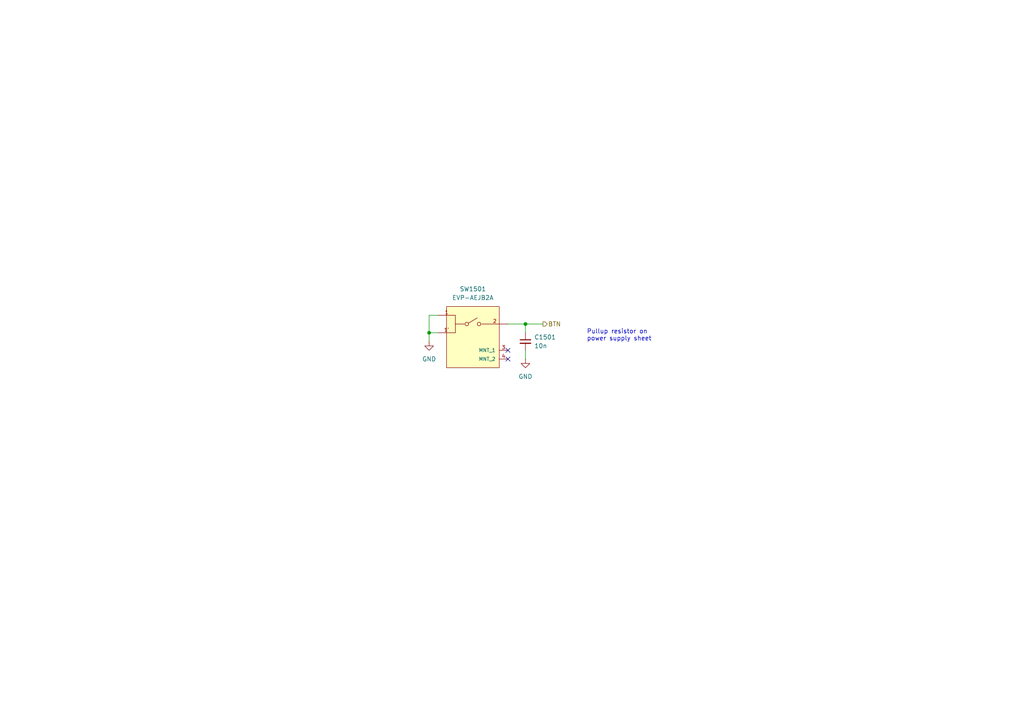
<source format=kicad_sch>
(kicad_sch (version 20231120) (generator "eeschema") (generator_version "8.0")
  (paper "A4")
  (title_block (title "Watch Button") (rev "1"))
  (lib_symbols
    (symbol "Device:C_Small" (pin_numbers hide) (pin_names (offset 0.254) hide)
      (property "Reference" "C" (at 0.254 1.778 0))
      (property "Value" "C_Small" (at 0.254 -2.032 0))
      (symbol "C_Small_0_1"
        (polyline (pts (xy -1.524 -0.508) (xy 1.524 -0.508)) (stroke (width 0.3302)))
        (polyline (pts (xy -1.524 0.508) (xy 1.524 0.508)) (stroke (width 0.3048)))
      )
      (symbol "C_Small_1_1"
        (pin passive line (at 0 2.54 270) (length 2.032) (name "~") (number "1"))
        (pin passive line (at 0 -2.54 90) (length 2.032) (name "~") (number "2"))
      )
    )
    (symbol "EVP-AEJB2A:EVP-AEJB2A" (pin_names (offset 1.016))
      (property "Reference" "SW" (at 0 7.62 0))
      (property "Value" "EVP-AEJB2A" (at 0 10.16 0))
      (symbol "EVP-AEJB2A_1_1"
        (polyline (pts (xy 7.62 -2.54) (xy 7.62 2.54)))
        (polyline (pts (xy 7.62 0) (xy 10.16 0)))
        (polyline (pts (xy 11.43 0.254) (xy 13.97 1.778)))
        (rectangle (start 5.08 5.08) (end 20.32 -12.7) (fill (type background)))
        (circle (center 10.922 0) (radius 0.508))
        (circle (center 14.478 0) (radius 0.508))
        (pin passive line (at 2.54 2.54 0) (length 5.08) (name "1") (number "1"))
        (pin passive line (at 2.54 -2.54 0) (length 5.08) (name "1'") (number "1'"))
        (pin passive line (at 22.86 0 180) (length 7.62) (name "2") (number "2"))
        (pin passive line (at 22.86 -7.62 180) (length 2.54) (name "MNT_1") (number "3"))
        (pin passive line (at 22.86 -10.16 180) (length 2.54) (name "MNT_2") (number "4"))
      )
    )
    (symbol "power:GND" (power) (pin_numbers hide) (pin_names (offset 0) hide)
      (property "Value" "GND" (at 0 -3.81 0))
      (symbol "GND_0_1"
        (polyline (pts (xy 0 0) (xy 0 -1.27) (xy 1.27 -1.27) (xy 0 -2.54) (xy -1.27 -1.27) (xy 0 -1.27)))
      )
      (symbol "GND_1_1"
        (pin power_in line (at 0 0 270) (length 0) (name "~") (number "1"))
      )
    )
  )
  (junction (at 152.4 93.98))
  (junction (at 124.46 96.52))
  (no_connect (at 147.32 104.14))
  (no_connect (at 147.32 101.6))
  (wire (pts (xy 152.4 93.98) (xy 152.4 96.52)))
  (wire (pts (xy 152.4 104.14) (xy 152.4 101.6)))
  (wire (pts (xy 124.46 91.44) (xy 127 91.44)))
  (wire (pts (xy 124.46 99.06) (xy 124.46 96.52)))
  (wire (pts (xy 152.4 93.98) (xy 147.32 93.98)))
  (wire (pts (xy 124.46 96.52) (xy 127 96.52)))
  (wire (pts (xy 124.46 96.52) (xy 124.46 91.44)))
  (wire (pts (xy 157.48 93.98) (xy 152.4 93.98)))
  (text "Pullup resistor on\npower supply sheet" (at 170.18 99.06 0) (effects (font (size 1.27 1.27)) (justify left bottom)))
  (hierarchical_label "BTN" (shape output) (at 157.48 93.98 0))
  (symbol (lib_id "EVP-AEJB2A:EVP-AEJB2A") (at 124.46 93.98 0) (unit 1)
    (property "Reference" "SW1501" (at 137.16 83.82 0))
    (property "Value" "EVP-AEJB2A" (at 137.16 86.36 0))
    (property "Footprint" "watch_footprints:Panasonic-EVP-AEJB2A-MFG" (effects (hide yes)))
    (property "Datasheet" "https://b2b-api.panasonic.eu/file_stream/pids/fileversion/2437" (effects (hide yes)))
    (property "automotive" "No" (effects (hide yes)))
    (property "category" "Switch" (effects (hide yes)))
    (property "contact current rating" "20mA" (effects (hide yes)))
    (property "contact resistance" "1000mΩ" (effects (hide yes)))
    (property "device class L1" "Electromechanical" (effects (hide yes)))
    (property "device class L2" "Switches" (effects (hide yes)))
    (property "device class L3" "Tactile Switches" (effects (hide yes)))
    (property "digikey description" "SWITCH TACTILE SPST-NO 0.02A 15V" (effects (hide yes)))
    (property "digikey part number" "P17697CT-ND" (effects (hide yes)))
    (property "electromechanical life" "200000Cycles" (effects (hide yes)))
    (property "height" "1mm" (effects (hide yes)))
    (property "lead free" "Yes" (effects (hide yes)))
    (property "library id" "2ebf83bacfa5cdcd" (effects (hide yes)))
    (property "manufacturer" "Panasonic" (effects (hide yes)))
    (property "mount" "Surface Mount" (effects (hide yes)))
    (property "mouser description" "Tactile Switches 4.5x2.2mm 3.5N 0.15mm Travel IP67" (effects (hide yes)))
    (property "mouser part number" "667-EVP-AEJB2A" (effects (hide yes)))
    (property "operating force" "3.5N" (effects (hide yes)))
    (property "package" "SMT_SW_4MM8_2MM6" (effects (hide yes)))
    (property "rohs" "Yes" (effects (hide yes)))
    (property "temperature range high" "+85°C" (effects (hide yes)))
    (property "temperature range low" "-40°C" (effects (hide yes)))
    (property "throw configuration" "SPST-NO" (effects (hide yes)))
    (property "voltage rating DC" "15V" (effects (hide yes)))
  )
  (symbol (lib_id "power:GND") (at 152.4 104.14 0) (unit 1)
    (property "Reference" "#PWR01502" (effects (hide yes)))
    (property "Value" "GND" (at 152.4 109.22 0))
    (property "Description" "Power symbol creates a global label with name \"GND\" , ground" (effects (hide yes)))
  )
  (symbol (lib_id "power:GND") (at 124.46 99.06 0) (unit 1)
    (property "Reference" "#PWR01501" (effects (hide yes)))
    (property "Value" "GND" (at 124.46 104.14 0))
    (property "Description" "Power symbol creates a global label with name \"GND\" , ground" (effects (hide yes)))
  )
  (symbol (lib_id "Device:C_Small") (at 152.4 99.06 0) (unit 1)
    (property "Reference" "C1501" (at 154.94 97.7963 0) (effects (justify left)))
    (property "Value" "10n" (at 154.94 100.3363 0) (effects (justify left)))
    (property "Footprint" "Capacitor_SMD:C_0402_1005Metric" (effects (hide yes)))
    (property "Description" "Unpolarized capacitor, small symbol" (effects (hide yes)))
  )
)
</source>
